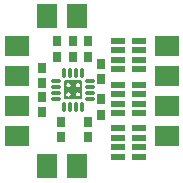
<source format=gts>
G04 DipTrace 2.4.0.2*
%INECGADCBufferAry.gts*%
%MOIN*%
%ADD18C,0.006*%
%ADD24C,0.0065*%
%ADD36O,0.035X0.0134*%
%ADD37O,0.0134X0.035*%
%ADD38R,0.0468X0.0189*%
%ADD39R,0.0685X0.0816*%
%ADD40R,0.0816X0.0685*%
%ADD41R,0.0291X0.037*%
%FSLAX44Y44*%
G04*
G70*
G90*
G75*
G01*
%LNTopMask*%
%LPD*%
D41*
X6751Y6852D3*
Y7364D3*
X4798Y6710D3*
Y7222D3*
X6313Y7592D3*
Y8104D3*
X4798Y6265D3*
Y5753D3*
X5295Y7594D3*
Y8106D3*
X6752Y6169D3*
Y5658D3*
X5423Y5415D3*
Y4903D3*
X6304Y5416D3*
Y4904D3*
D40*
X8937Y7937D3*
Y6937D3*
Y5937D3*
Y4937D3*
X3937D3*
Y5937D3*
Y6937D3*
Y7937D3*
D39*
X5937Y3937D3*
X4937D3*
D38*
X8026Y7171D3*
Y7486D3*
Y7801D3*
Y8116D3*
X7317D3*
Y7801D3*
Y7486D3*
Y7171D3*
X8022Y5715D3*
Y6030D3*
Y6345D3*
Y6660D3*
X7314D3*
Y6345D3*
Y6030D3*
Y5715D3*
X8027Y4263D3*
Y4578D3*
Y4893D3*
Y5208D3*
X7319D3*
Y4893D3*
Y4578D3*
Y4263D3*
X6097Y6775D2*
D18*
X5541D1*
Y6216D1*
X6097D1*
Y6775D1*
G36*
X5903Y6587D2*
X5717D1*
Y6401D1*
X5903D1*
Y6587D1*
G37*
G36*
X6111Y6560D2*
X5901D1*
Y6435D1*
X6111D1*
Y6560D1*
G37*
G36*
X5903Y6419D2*
X5750D1*
Y6205D1*
X5903D1*
Y6419D1*
G37*
G36*
X5881Y6790D2*
X5759D1*
Y6586D1*
X5881D1*
Y6790D1*
G37*
G36*
X5721Y6557D2*
X5528D1*
Y6431D1*
X5721D1*
Y6557D1*
G37*
X5867Y6340D2*
D24*
Y6347D1*
X5868Y6354D1*
X5869Y6361D1*
X5871Y6368D1*
X5873Y6375D1*
X5876Y6382D1*
X5879Y6389D1*
X5883Y6395D1*
X5888Y6401D1*
X5892Y6407D1*
X5897Y6412D1*
X5903Y6418D1*
X5909Y6422D1*
X5915Y6427D1*
X5922Y6430D1*
X5928Y6434D1*
X5935Y6437D1*
X5943Y6439D1*
X5950Y6441D1*
X5958Y6443D1*
X5965Y6444D1*
X5973D1*
X5980D1*
X5988D1*
X5996Y6443D1*
X6003Y6441D1*
X6011Y6439D1*
X6018Y6437D1*
X6025Y6434D1*
X6032Y6430D1*
X6038Y6427D1*
X6044Y6422D1*
X6050Y6418D1*
X6056Y6412D1*
X6061Y6407D1*
X6066Y6401D1*
X6070Y6395D1*
X6074Y6389D1*
X6077Y6382D1*
X6080Y6375D1*
X6082Y6368D1*
X6084Y6361D1*
X6086Y6354D1*
Y6347D1*
X6087Y6340D1*
X6086Y6332D1*
Y6325D1*
X6084Y6318D1*
X6082Y6311D1*
X6080Y6304D1*
X6077Y6297D1*
X6074Y6290D1*
X6070Y6284D1*
X6066Y6278D1*
X6061Y6272D1*
X6056Y6267D1*
X6050Y6262D1*
X6044Y6257D1*
X6038Y6252D1*
X6032Y6249D1*
X6025Y6245D1*
X6018Y6242D1*
X6011Y6240D1*
X6003Y6238D1*
X5996Y6236D1*
X5988Y6235D1*
X5980D1*
X5973D1*
X5965D1*
X5958Y6236D1*
X5950Y6238D1*
X5943Y6240D1*
X5935Y6242D1*
X5928Y6245D1*
X5922Y6249D1*
X5915Y6252D1*
X5909Y6257D1*
X5903Y6262D1*
X5897Y6267D1*
X5892Y6272D1*
X5888Y6278D1*
X5883Y6284D1*
X5879Y6290D1*
X5876Y6297D1*
X5873Y6304D1*
X5871Y6311D1*
X5869Y6318D1*
X5868Y6325D1*
X5867Y6332D1*
Y6340D1*
X5553Y6338D2*
Y6346D1*
X5554Y6353D1*
X5555Y6360D1*
X5557Y6367D1*
X5560Y6374D1*
X5563Y6381D1*
X5566Y6387D1*
X5570Y6394D1*
X5574Y6400D1*
X5579Y6406D1*
X5584Y6411D1*
X5589Y6416D1*
X5595Y6421D1*
X5602Y6425D1*
X5608Y6429D1*
X5615Y6433D1*
X5622Y6436D1*
X5629Y6438D1*
X5636Y6440D1*
X5644Y6442D1*
X5652Y6443D1*
X5659D1*
X5667D1*
X5675D1*
X5682Y6442D1*
X5690Y6440D1*
X5697Y6438D1*
X5704Y6436D1*
X5711Y6433D1*
X5718Y6429D1*
X5725Y6425D1*
X5731Y6421D1*
X5737Y6416D1*
X5742Y6411D1*
X5747Y6406D1*
X5752Y6400D1*
X5756Y6394D1*
X5760Y6387D1*
X5764Y6381D1*
X5766Y6374D1*
X5769Y6367D1*
X5771Y6360D1*
X5772Y6353D1*
X5773Y6346D1*
Y6338D1*
Y6331D1*
X5772Y6324D1*
X5771Y6316D1*
X5769Y6309D1*
X5766Y6302D1*
X5764Y6296D1*
X5760Y6289D1*
X5756Y6283D1*
X5752Y6277D1*
X5747Y6271D1*
X5742Y6265D1*
X5737Y6260D1*
X5731Y6255D1*
X5725Y6251D1*
X5718Y6247D1*
X5711Y6244D1*
X5704Y6241D1*
X5697Y6238D1*
X5690Y6236D1*
X5682Y6235D1*
X5675Y6234D1*
X5667Y6233D1*
X5659D1*
X5652Y6234D1*
X5644Y6235D1*
X5636Y6236D1*
X5629Y6238D1*
X5622Y6241D1*
X5615Y6244D1*
X5608Y6247D1*
X5602Y6251D1*
X5595Y6255D1*
X5589Y6260D1*
X5584Y6265D1*
X5579Y6271D1*
X5574Y6277D1*
X5570Y6283D1*
X5566Y6289D1*
X5563Y6296D1*
X5560Y6302D1*
X5557Y6309D1*
X5555Y6316D1*
X5554Y6324D1*
X5553Y6331D1*
Y6338D1*
X5865Y6651D2*
X5866Y6658D1*
X5867Y6665D1*
X5868Y6672D1*
X5870Y6679D1*
X5872Y6686D1*
X5875Y6693D1*
X5878Y6700D1*
X5882Y6706D1*
X5886Y6712D1*
X5891Y6718D1*
X5896Y6723D1*
X5902Y6729D1*
X5908Y6733D1*
X5914Y6738D1*
X5920Y6741D1*
X5927Y6745D1*
X5934Y6748D1*
X5941Y6750D1*
X5949Y6752D1*
X5956Y6754D1*
X5964Y6755D1*
X5972D1*
X5979D1*
X5987D1*
X5994Y6754D1*
X6002Y6752D1*
X6009Y6750D1*
X6017Y6748D1*
X6024Y6745D1*
X6030Y6741D1*
X6037Y6738D1*
X6043Y6733D1*
X6049Y6729D1*
X6054Y6723D1*
X6060Y6718D1*
X6064Y6712D1*
X6069Y6706D1*
X6072Y6700D1*
X6076Y6693D1*
X6079Y6686D1*
X6081Y6679D1*
X6083Y6672D1*
X6084Y6665D1*
X6085Y6658D1*
Y6651D1*
Y6643D1*
X6084Y6636D1*
X6083Y6629D1*
X6081Y6622D1*
X6079Y6615D1*
X6076Y6608D1*
X6072Y6601D1*
X6069Y6595D1*
X6064Y6589D1*
X6060Y6583D1*
X6054Y6578D1*
X6049Y6573D1*
X6043Y6568D1*
X6037Y6564D1*
X6030Y6560D1*
X6024Y6556D1*
X6017Y6553D1*
X6009Y6551D1*
X6002Y6549D1*
X5994Y6547D1*
X5987Y6546D1*
X5979D1*
X5972D1*
X5964D1*
X5956Y6547D1*
X5949Y6549D1*
X5941Y6551D1*
X5934Y6553D1*
X5927Y6556D1*
X5920Y6560D1*
X5914Y6564D1*
X5908Y6568D1*
X5902Y6573D1*
X5896Y6578D1*
X5891Y6583D1*
X5886Y6589D1*
X5882Y6595D1*
X5878Y6601D1*
X5875Y6608D1*
X5872Y6615D1*
X5870Y6622D1*
X5868Y6629D1*
X5867Y6636D1*
X5866Y6643D1*
X5865Y6651D1*
X5554D2*
X5555Y6658D1*
Y6665D1*
X5557Y6672D1*
X5559Y6679D1*
X5561Y6686D1*
X5564Y6693D1*
X5567Y6700D1*
X5571Y6706D1*
X5575Y6712D1*
X5580Y6718D1*
X5585Y6723D1*
X5591Y6729D1*
X5597Y6733D1*
X5603Y6738D1*
X5609Y6741D1*
X5616Y6745D1*
X5623Y6748D1*
X5630Y6750D1*
X5638Y6752D1*
X5645Y6754D1*
X5653Y6755D1*
X5661D1*
X5668D1*
X5676D1*
X5683Y6754D1*
X5691Y6752D1*
X5698Y6750D1*
X5706Y6748D1*
X5713Y6745D1*
X5719Y6741D1*
X5726Y6738D1*
X5732Y6733D1*
X5738Y6729D1*
X5743Y6723D1*
X5749Y6718D1*
X5753Y6712D1*
X5758Y6706D1*
X5761Y6700D1*
X5765Y6693D1*
X5768Y6686D1*
X5770Y6679D1*
X5772Y6672D1*
X5773Y6665D1*
X5774Y6658D1*
Y6651D1*
Y6643D1*
X5773Y6636D1*
X5772Y6629D1*
X5770Y6622D1*
X5768Y6615D1*
X5765Y6608D1*
X5761Y6601D1*
X5758Y6595D1*
X5753Y6589D1*
X5749Y6583D1*
X5743Y6578D1*
X5738Y6573D1*
X5732Y6568D1*
X5726Y6564D1*
X5719Y6560D1*
X5713Y6556D1*
X5706Y6553D1*
X5698Y6551D1*
X5691Y6549D1*
X5683Y6547D1*
X5676Y6546D1*
X5668D1*
X5661D1*
X5653D1*
X5645Y6547D1*
X5638Y6549D1*
X5630Y6551D1*
X5623Y6553D1*
X5616Y6556D1*
X5609Y6560D1*
X5603Y6564D1*
X5597Y6568D1*
X5591Y6573D1*
X5585Y6578D1*
X5580Y6583D1*
X5575Y6589D1*
X5571Y6595D1*
X5567Y6601D1*
X5564Y6608D1*
X5561Y6615D1*
X5559Y6622D1*
X5557Y6629D1*
X5555Y6636D1*
Y6643D1*
X5554Y6651D1*
D37*
X6115Y7065D3*
X5918D3*
X5721D3*
X5524D3*
D36*
X5248Y6789D3*
Y6593D3*
Y6396D3*
Y6199D3*
D37*
X5524Y5923D3*
X5721D3*
X5918D3*
X6115D3*
D36*
X6390Y6199D3*
Y6396D3*
Y6593D3*
Y6789D3*
D41*
X5812Y7591D3*
Y8103D3*
D39*
X5937Y8937D3*
X4937D3*
M02*

</source>
